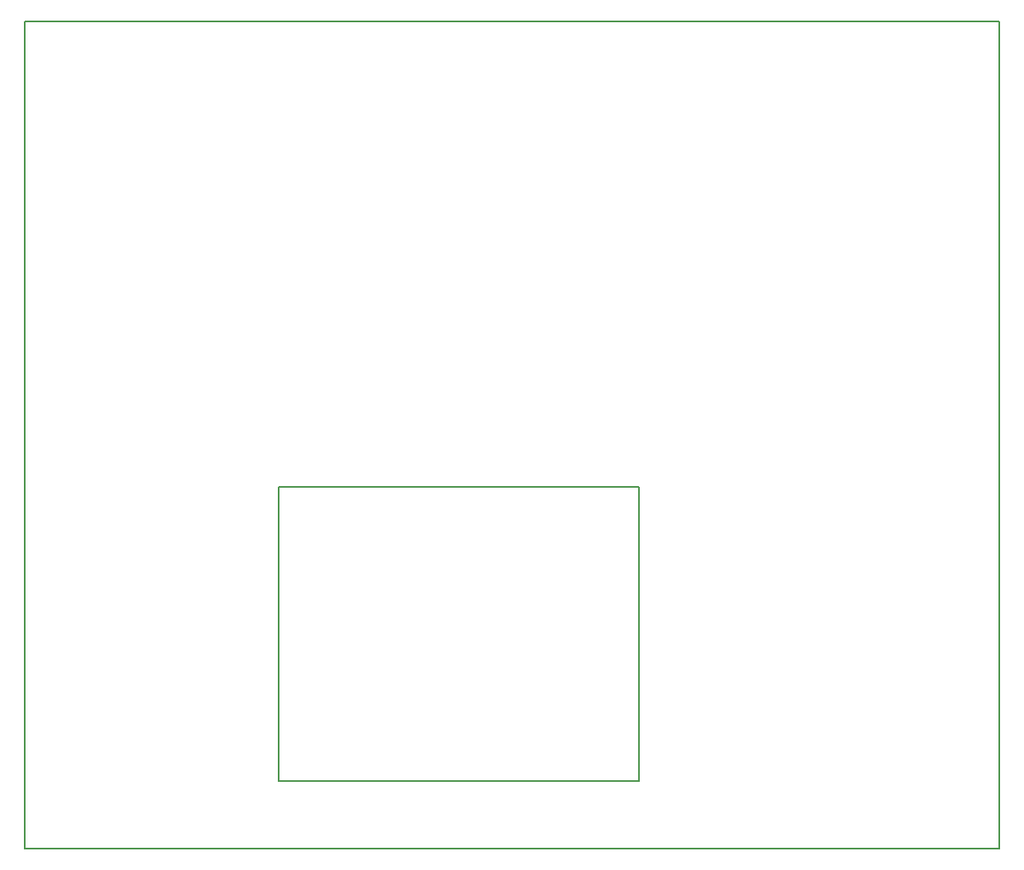
<source format=gm1>
G04 #@! TF.FileFunction,Profile,NP*
%FSLAX46Y46*%
G04 Gerber Fmt 4.6, Leading zero omitted, Abs format (unit mm)*
G04 Created by KiCad (PCBNEW 4.0.5+dfsg1-4) date Tue Jan  9 18:08:06 2018*
%MOMM*%
%LPD*%
G01*
G04 APERTURE LIST*
%ADD10C,0.100000*%
%ADD11C,0.150000*%
G04 APERTURE END LIST*
D10*
D11*
X136000000Y-147100000D02*
X136000000Y-116800000D01*
X99000000Y-147100000D02*
X136000000Y-147100000D01*
X99000000Y-116800000D02*
X136000000Y-116800000D01*
X99000000Y-116800000D02*
X99000000Y-147100000D01*
X173000000Y-154000000D02*
X173000000Y-149000000D01*
X73000000Y-154000000D02*
X173000000Y-154000000D01*
X73000000Y-149000000D02*
X73000000Y-154000000D01*
X173000000Y-69000000D02*
X73000000Y-69000000D01*
X173000000Y-149000000D02*
X173000000Y-69000000D01*
X73000000Y-69000000D02*
X73000000Y-149000000D01*
M02*

</source>
